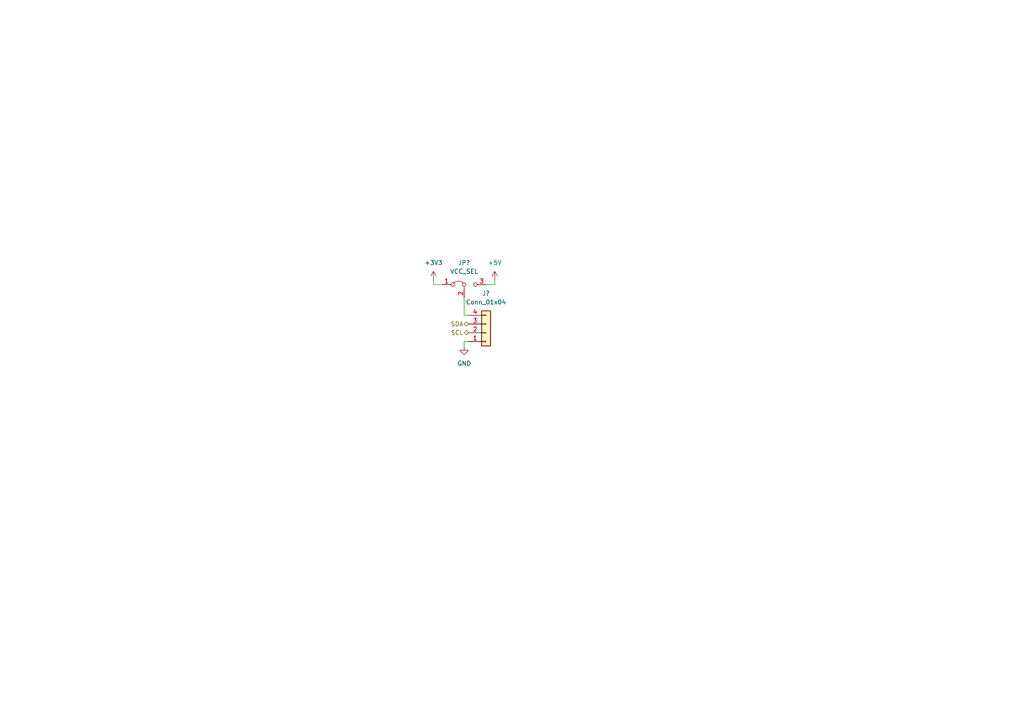
<source format=kicad_sch>
(kicad_sch (version 20211123) (generator eeschema)
  (paper "A4")
  (lib_symbols
    (symbol "Connector_Generic:Conn_01x04" (pin_names (offset 1.016) hide)
      (property "Reference" "J" (at 0 5.08 0))
      (property "Value" "Conn_01x04" (at 0 -7.62 0))
      (symbol "Conn_01x04_1_1"
        (rectangle (start -1.27 -4.953) (end 0 -5.207) (stroke (width 0.1524)))
        (rectangle (start -1.27 -2.413) (end 0 -2.667) (stroke (width 0.1524)))
        (rectangle (start -1.27 0.127) (end 0 -0.127) (stroke (width 0.1524)))
        (rectangle (start -1.27 2.667) (end 0 2.413) (stroke (width 0.1524)))
        (rectangle (start -1.27 3.81) (end 1.27 -6.35) (stroke (width 0.254)) (fill (type background)))
        (pin passive line (at -5.08 2.54 0) (length 3.81) (name "Pin_1") (number "1"))
        (pin passive line (at -5.08 0 0) (length 3.81) (name "Pin_2") (number "2"))
        (pin passive line (at -5.08 -2.54 0) (length 3.81) (name "Pin_3") (number "3"))
        (pin passive line (at -5.08 -5.08 0) (length 3.81) (name "Pin_4") (number "4"))
      )
    )
    (symbol "Jumper:Jumper_3_Bridged12" (pin_names (offset 0) hide)
      (property "Reference" "JP" (at -2.54 -2.54 0))
      (property "Value" "Jumper_3_Bridged12" (at 0 2.794 0))
      (symbol "Jumper_3_Bridged12_0_0"
        (circle (center -3.302 0) (radius 0.508))
        (circle (center 0 0) (radius 0.508))
        (circle (center 3.302 0) (radius 0.508))
      )
      (symbol "Jumper_3_Bridged12_0_1"
        (arc (start -0.254 0.508) (mid -1.651 0.9912) (end -3.048 0.508))
        (polyline (pts (xy 0 -1.27) (xy 0 -0.508)))
      )
      (symbol "Jumper_3_Bridged12_1_1"
        (pin passive line (at -6.35 0 0) (length 2.54) (name "A") (number "1"))
        (pin passive line (at 0 -3.81 90) (length 2.54) (name "C") (number "2"))
        (pin passive line (at 6.35 0 180) (length 2.54) (name "B") (number "3"))
      )
    )
    (symbol "power:+3V3" (power) (pin_names (offset 0))
      (property "Value" "+3V3" (at 0 3.556 0))
      (symbol "+3V3_0_1"
        (polyline (pts (xy -0.762 1.27) (xy 0 2.54)))
        (polyline (pts (xy 0 0) (xy 0 2.54)))
        (polyline (pts (xy 0 2.54) (xy 0.762 1.27)))
      )
      (symbol "+3V3_1_1"
        (pin power_in line (at 0 0 90) (length 0) hide (name "+3V3") (number "1"))
      )
    )
    (symbol "power:+5V" (power) (pin_names (offset 0))
      (property "Value" "+5V" (at 0 3.556 0))
      (symbol "+5V_0_1"
        (polyline (pts (xy -0.762 1.27) (xy 0 2.54)))
        (polyline (pts (xy 0 0) (xy 0 2.54)))
        (polyline (pts (xy 0 2.54) (xy 0.762 1.27)))
      )
      (symbol "+5V_1_1"
        (pin power_in line (at 0 0 90) (length 0) hide (name "+5V") (number "1"))
      )
    )
    (symbol "power:GND" (power) (pin_names (offset 0))
      (property "Value" "GND" (at 0 -3.81 0))
      (symbol "GND_0_1"
        (polyline (pts (xy 0 0) (xy 0 -1.27) (xy 1.27 -1.27) (xy 0 -2.54) (xy -1.27 -1.27) (xy 0 -1.27)))
      )
      (symbol "GND_1_1"
        (pin power_in line (at 0 0 270) (length 0) hide (name "GND") (number "1"))
      )
    )
  )
  (wire (pts (xy 125.73 82.55) (xy 128.27 82.55)))
  (wire (pts (xy 134.62 86.36) (xy 134.62 91.44)))
  (wire (pts (xy 135.89 99.06) (xy 134.62 99.06)))
  (wire (pts (xy 143.51 81.28) (xy 143.51 82.55)))
  (wire (pts (xy 134.62 99.06) (xy 134.62 100.33)))
  (wire (pts (xy 134.62 91.44) (xy 135.89 91.44)))
  (wire (pts (xy 125.73 81.28) (xy 125.73 82.55)))
  (wire (pts (xy 143.51 82.55) (xy 140.97 82.55)))
  (hierarchical_label "SCL" (shape bidirectional) (at 135.89 96.52 180))
  (hierarchical_label "SDA" (shape bidirectional) (at 135.89 93.98 180))
  (symbol (lib_id "Jumper:Jumper_3_Bridged12") (at 134.62 82.55 0) (unit 1)
    (property "Reference" "JP?" (at 134.62 76.2 0))
    (property "Value" "VCC_SEL" (at 134.62 78.74 0))
  )
  (symbol (lib_id "Connector_Generic:Conn_01x04") (at 140.97 96.52 0) (mirror x) (unit 1)
    (property "Reference" "J?" (at 140.97 85.09 0))
    (property "Value" "Conn_01x04" (at 140.97 87.63 0))
  )
  (symbol (lib_id "power:GND") (at 134.62 100.33 0) (unit 1)
    (property "Reference" "#PWR?" (effects hide))
    (property "Value" "GND" (at 134.62 105.41 0))
  )
  (symbol (lib_id "power:+3V3") (at 125.73 81.28 0) (unit 1)
    (property "Reference" "#PWR?" (effects hide))
    (property "Value" "+3V3" (at 125.73 76.2 0))
  )
  (symbol (lib_id "power:+5V") (at 143.51 81.28 0) (unit 1)
    (property "Reference" "#PWR?" (effects hide))
    (property "Value" "+5V" (at 143.51 76.2 0))
  )
)
</source>
